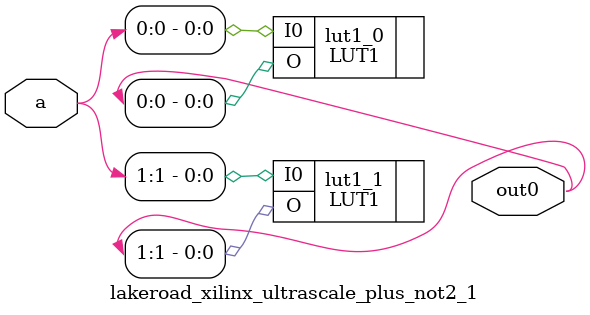
<source format=v>

/* Generated by Yosys 0.19 (git sha1 a45c131b37c, clang 13.1.6 -fPIC -Os) */

module lakeroad_xilinx_ultrascale_plus_not2_1(a, out0);
  input [1:0] a;
  wire [1:0] a;
  output [1:0] out0;
  wire [1:0] out0;
  LUT1 #(
    .INIT(2'h1)
  ) lut1_0 (
    .I0(a[0]),
    .O(out0[0])
  );
  LUT1 #(
    .INIT(2'h1)
  ) lut1_1 (
    .I0(a[1]),
    .O(out0[1])
  );
endmodule


</source>
